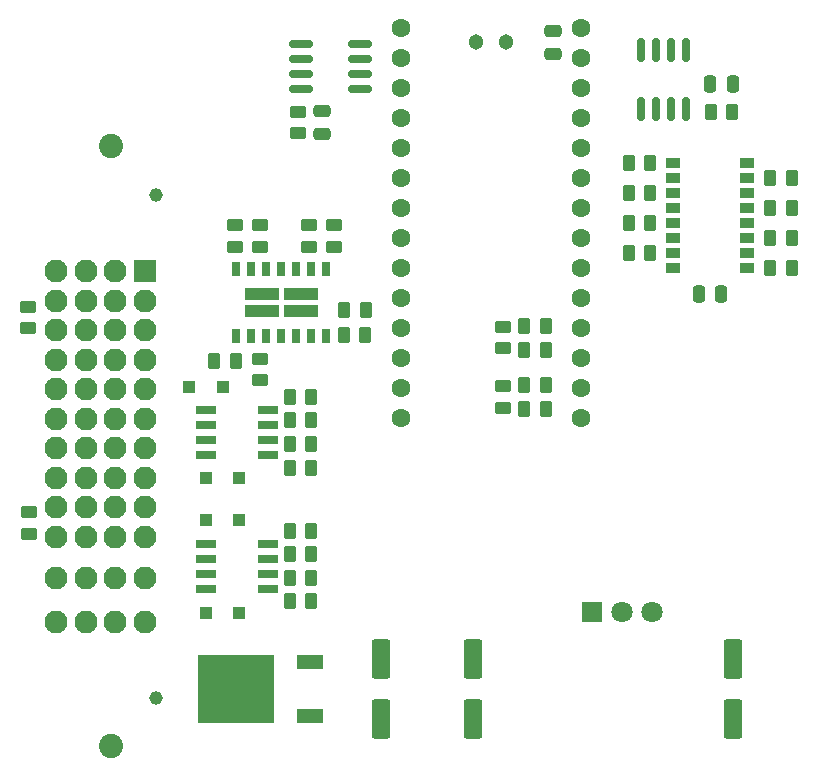
<source format=gbr>
%TF.GenerationSoftware,KiCad,Pcbnew,6.0.11+dfsg-1*%
%TF.CreationDate,2023-10-22T17:13:00+02:00*%
%TF.ProjectId,JoeMBMS_V3.0,4a6f654d-424d-4535-9f56-332e302e6b69,rev?*%
%TF.SameCoordinates,Original*%
%TF.FileFunction,Soldermask,Top*%
%TF.FilePolarity,Negative*%
%FSLAX46Y46*%
G04 Gerber Fmt 4.6, Leading zero omitted, Abs format (unit mm)*
G04 Created by KiCad (PCBNEW 6.0.11+dfsg-1) date 2023-10-22 17:13:00*
%MOMM*%
%LPD*%
G01*
G04 APERTURE LIST*
G04 Aperture macros list*
%AMRoundRect*
0 Rectangle with rounded corners*
0 $1 Rounding radius*
0 $2 $3 $4 $5 $6 $7 $8 $9 X,Y pos of 4 corners*
0 Add a 4 corners polygon primitive as box body*
4,1,4,$2,$3,$4,$5,$6,$7,$8,$9,$2,$3,0*
0 Add four circle primitives for the rounded corners*
1,1,$1+$1,$2,$3*
1,1,$1+$1,$4,$5*
1,1,$1+$1,$6,$7*
1,1,$1+$1,$8,$9*
0 Add four rect primitives between the rounded corners*
20,1,$1+$1,$2,$3,$4,$5,0*
20,1,$1+$1,$4,$5,$6,$7,0*
20,1,$1+$1,$6,$7,$8,$9,0*
20,1,$1+$1,$8,$9,$2,$3,0*%
G04 Aperture macros list end*
%ADD10RoundRect,0.250000X-0.550000X1.412500X-0.550000X-1.412500X0.550000X-1.412500X0.550000X1.412500X0*%
%ADD11RoundRect,0.249998X0.262502X0.450002X-0.262502X0.450002X-0.262502X-0.450002X0.262502X-0.450002X0*%
%ADD12R,1.193800X0.812800*%
%ADD13R,1.800000X1.800000*%
%ADD14C,1.800000*%
%ADD15R,2.200000X1.200000*%
%ADD16R,6.400000X5.800000*%
%ADD17R,1.780000X0.720000*%
%ADD18RoundRect,0.249998X0.450002X-0.262502X0.450002X0.262502X-0.450002X0.262502X-0.450002X-0.262502X0*%
%ADD19RoundRect,0.250000X0.475000X-0.250000X0.475000X0.250000X-0.475000X0.250000X-0.475000X-0.250000X0*%
%ADD20RoundRect,0.250000X0.250000X0.475000X-0.250000X0.475000X-0.250000X-0.475000X0.250000X-0.475000X0*%
%ADD21RoundRect,0.249998X-0.450002X0.262502X-0.450002X-0.262502X0.450002X-0.262502X0.450002X0.262502X0*%
%ADD22R,1.950000X1.950000*%
%ADD23C,1.950000*%
%ADD24C,1.150000*%
%ADD25C,2.050000*%
%ADD26RoundRect,0.249998X-0.262502X-0.450002X0.262502X-0.450002X0.262502X0.450002X-0.262502X0.450002X0*%
%ADD27R,0.650000X1.310000*%
%ADD28R,2.900000X1.025000*%
%ADD29RoundRect,0.250000X0.450000X-0.262500X0.450000X0.262500X-0.450000X0.262500X-0.450000X-0.262500X0*%
%ADD30RoundRect,0.150000X-0.150000X0.825000X-0.150000X-0.825000X0.150000X-0.825000X0.150000X0.825000X0*%
%ADD31C,1.600000*%
%ADD32C,1.304000*%
%ADD33R,1.100000X1.100000*%
%ADD34RoundRect,0.250000X0.262500X0.450000X-0.262500X0.450000X-0.262500X-0.450000X0.262500X-0.450000X0*%
%ADD35RoundRect,0.150000X0.825000X0.150000X-0.825000X0.150000X-0.825000X-0.150000X0.825000X-0.150000X0*%
%ADD36RoundRect,0.250000X-0.262500X-0.450000X0.262500X-0.450000X0.262500X0.450000X-0.262500X0.450000X0*%
G04 APERTURE END LIST*
D10*
%TO.C,C5*%
X132750000Y-107962500D03*
X132750000Y-113037500D03*
%TD*%
D11*
%TO.C,R6*%
X155496700Y-73611300D03*
X153671700Y-73611300D03*
%TD*%
%TO.C,R18*%
X146662500Y-86750000D03*
X144837500Y-86750000D03*
%TD*%
D12*
%TO.C,U4*%
X163734199Y-74881300D03*
X163734199Y-73611300D03*
X163734199Y-72341300D03*
X163734199Y-71071300D03*
X163734199Y-69801300D03*
X163734199Y-68531300D03*
X163734199Y-67261300D03*
X163734199Y-65991300D03*
X157434201Y-65991300D03*
X157434201Y-67261300D03*
X157434201Y-68531300D03*
X157434201Y-69801300D03*
X157434201Y-71071300D03*
X157434201Y-72341300D03*
X157434201Y-73611300D03*
X157434201Y-74881300D03*
%TD*%
D13*
%TO.C,U3*%
X150600000Y-104000000D03*
D14*
X153140000Y-104000000D03*
X155680000Y-104000000D03*
%TD*%
D11*
%TO.C,R7*%
X155496700Y-71071300D03*
X153671700Y-71071300D03*
%TD*%
D15*
%TO.C,Q3*%
X126700000Y-112780000D03*
D16*
X120400000Y-110500000D03*
D15*
X126700000Y-108220000D03*
%TD*%
D11*
%TO.C,R9*%
X155496700Y-65991300D03*
X153671700Y-65991300D03*
%TD*%
%TO.C,R10*%
X126825000Y-103080000D03*
X125000000Y-103080000D03*
%TD*%
%TO.C,R3*%
X167496700Y-72341300D03*
X165671700Y-72341300D03*
%TD*%
D17*
%TO.C,Q2*%
X123110000Y-101985000D03*
X123110000Y-100715000D03*
X123110000Y-99445000D03*
X123110000Y-98175000D03*
X117890000Y-98175000D03*
X117890000Y-99445000D03*
X117890000Y-100715000D03*
X117890000Y-101985000D03*
%TD*%
D11*
%TO.C,R2*%
X167496700Y-74881300D03*
X165671700Y-74881300D03*
%TD*%
D18*
%TO.C,R24*%
X102800000Y-79962500D03*
X102800000Y-78137500D03*
%TD*%
D10*
%TO.C,C8*%
X140500000Y-107962500D03*
X140500000Y-113037500D03*
%TD*%
D19*
%TO.C,C2*%
X147250000Y-56700000D03*
X147250000Y-54800000D03*
%TD*%
D11*
%TO.C,R5*%
X167496700Y-67261300D03*
X165671700Y-67261300D03*
%TD*%
D20*
%TO.C,C3*%
X161534200Y-77086300D03*
X159634200Y-77086300D03*
%TD*%
D11*
%TO.C,R11*%
X126825000Y-101080000D03*
X125000000Y-101080000D03*
%TD*%
%TO.C,R13*%
X126825000Y-97080000D03*
X125000000Y-97080000D03*
%TD*%
%TO.C,R8*%
X155496700Y-68531300D03*
X153671700Y-68531300D03*
%TD*%
D18*
%TO.C,R20*%
X143000000Y-86662500D03*
X143000000Y-84837500D03*
%TD*%
D11*
%TO.C,R12*%
X126825000Y-99080000D03*
X125000000Y-99080000D03*
%TD*%
D21*
%TO.C,R23*%
X143000000Y-79837500D03*
X143000000Y-81662500D03*
%TD*%
D18*
%TO.C,R1*%
X125645000Y-63432500D03*
X125645000Y-61607500D03*
%TD*%
D10*
%TO.C,C7*%
X162500000Y-107962500D03*
X162500000Y-113037500D03*
%TD*%
D22*
%TO.C,J1*%
X112700000Y-75100000D03*
D23*
X110200000Y-75100000D03*
X107700000Y-75100000D03*
X105200000Y-75100000D03*
X112700000Y-77600000D03*
X110200000Y-77600000D03*
X107700000Y-77600000D03*
X105200000Y-77600000D03*
X112700000Y-80100000D03*
X110200000Y-80100000D03*
X107700000Y-80100000D03*
X105200000Y-80100000D03*
X112700000Y-82600000D03*
X110200000Y-82600000D03*
X107700000Y-82600000D03*
X105200000Y-82600000D03*
X112700000Y-85100000D03*
X110200000Y-85100000D03*
X107700000Y-85100000D03*
X105200000Y-85100000D03*
X112700000Y-87600000D03*
X110200000Y-87600000D03*
X107700000Y-87600000D03*
X105200000Y-87600000D03*
X112700000Y-90100000D03*
X110200000Y-90100000D03*
X107700000Y-90100000D03*
X105200000Y-90100000D03*
X112700000Y-92600000D03*
X110200000Y-92600000D03*
X107700000Y-92600000D03*
X105200000Y-92600000D03*
X112700000Y-95100000D03*
X110200000Y-95100000D03*
X107700000Y-95100000D03*
X105200000Y-95100000D03*
X112700000Y-97600000D03*
X110200000Y-97600000D03*
X107700000Y-97600000D03*
X105200000Y-97600000D03*
X112700000Y-101100000D03*
X110200000Y-101100000D03*
X107700000Y-101100000D03*
X105200000Y-101100000D03*
X112700000Y-104800000D03*
X110200000Y-104800000D03*
X107700000Y-104800000D03*
X105200000Y-104800000D03*
D24*
X113700000Y-68650000D03*
X113700000Y-111250000D03*
D25*
X109850000Y-64550000D03*
X109850000Y-115350000D03*
%TD*%
D11*
%TO.C,R4*%
X167496700Y-69801300D03*
X165671700Y-69801300D03*
%TD*%
%TO.C,R21*%
X146662500Y-79750000D03*
X144837500Y-79750000D03*
%TD*%
D26*
%TO.C,R22*%
X144837500Y-81750000D03*
X146662500Y-81750000D03*
%TD*%
D11*
%TO.C,R15*%
X126825000Y-89750000D03*
X125000000Y-89750000D03*
%TD*%
D17*
%TO.C,Q1*%
X123110000Y-90655000D03*
X123110000Y-89385000D03*
X123110000Y-88115000D03*
X123110000Y-86845000D03*
X117890000Y-86845000D03*
X117890000Y-88115000D03*
X117890000Y-89385000D03*
X117890000Y-90655000D03*
%TD*%
D11*
%TO.C,R14*%
X126825000Y-91750000D03*
X125000000Y-91750000D03*
%TD*%
%TO.C,R17*%
X126825000Y-85750000D03*
X125000000Y-85750000D03*
%TD*%
%TO.C,R16*%
X126825000Y-87750000D03*
X125000000Y-87750000D03*
%TD*%
D27*
%TO.C,S1*%
X120440000Y-80595000D03*
X121710000Y-80595000D03*
X122980000Y-80595000D03*
X124250000Y-80595000D03*
X125520000Y-80595000D03*
X126790000Y-80595000D03*
X128060000Y-80595000D03*
X128060000Y-74905000D03*
X126790000Y-74905000D03*
X125520000Y-74905000D03*
X124250000Y-74905000D03*
X122980000Y-74905000D03*
X121710000Y-74905000D03*
X120440000Y-74905000D03*
D28*
X125900000Y-78462500D03*
X122600000Y-77037500D03*
X125900000Y-77037500D03*
X122600000Y-78462500D03*
%TD*%
D19*
%TO.C,C1*%
X127745000Y-63470000D03*
X127745000Y-61570000D03*
%TD*%
D26*
%TO.C,R19*%
X144837500Y-84750000D03*
X146662500Y-84750000D03*
%TD*%
D29*
%TO.C,R25*%
X102870000Y-97330900D03*
X102870000Y-95505900D03*
%TD*%
D30*
%TO.C,U5*%
X158521400Y-56402200D03*
X157251400Y-56402200D03*
X155981400Y-56402200D03*
X154711400Y-56402200D03*
X154711400Y-61352200D03*
X155981400Y-61352200D03*
X157251400Y-61352200D03*
X158521400Y-61352200D03*
%TD*%
D31*
%TO.C,U1*%
X134380000Y-54495000D03*
X134380000Y-57035000D03*
X134380000Y-59575000D03*
X134380000Y-62115000D03*
X134380000Y-64655000D03*
X134380000Y-67195000D03*
X134380000Y-69735000D03*
X134380000Y-72275000D03*
X134380000Y-74815000D03*
X134380000Y-77355000D03*
X134380000Y-79895000D03*
X134380000Y-82435000D03*
X134380000Y-84975000D03*
X134380000Y-87515000D03*
X149620000Y-87515000D03*
X149620000Y-84975000D03*
X149620000Y-82435000D03*
X149620000Y-79895000D03*
X149620000Y-77355000D03*
X149620000Y-74815000D03*
X149620000Y-72275000D03*
X149620000Y-69735000D03*
X149620000Y-67195000D03*
X149620000Y-64655000D03*
X149620000Y-62115000D03*
X149620000Y-59575000D03*
X149620000Y-57035000D03*
X149620000Y-54495000D03*
D32*
X143268000Y-55737000D03*
X140728000Y-55737000D03*
%TD*%
D29*
%TO.C,R30*%
X128770000Y-73052500D03*
X128770000Y-71227500D03*
%TD*%
D33*
%TO.C,D1*%
X120687500Y-104020000D03*
X117887500Y-104020000D03*
%TD*%
D29*
%TO.C,R32*%
X122490000Y-84362500D03*
X122490000Y-82537500D03*
%TD*%
D33*
%TO.C,D3*%
X120687500Y-92650000D03*
X117887500Y-92650000D03*
%TD*%
D34*
%TO.C,R26*%
X162456500Y-61620400D03*
X160631500Y-61620400D03*
%TD*%
D20*
%TO.C,C4*%
X162494000Y-59232800D03*
X160594000Y-59232800D03*
%TD*%
D29*
%TO.C,R29*%
X126640000Y-73052500D03*
X126640000Y-71227500D03*
%TD*%
D35*
%TO.C,U2*%
X130895000Y-59675000D03*
X130895000Y-58405000D03*
X130895000Y-57135000D03*
X130895000Y-55865000D03*
X125945000Y-55865000D03*
X125945000Y-57135000D03*
X125945000Y-58405000D03*
X125945000Y-59675000D03*
%TD*%
D36*
%TO.C,R31*%
X118607500Y-82720000D03*
X120432500Y-82720000D03*
%TD*%
D29*
%TO.C,R33*%
X120340000Y-73052500D03*
X120340000Y-71227500D03*
%TD*%
D33*
%TO.C,D4*%
X119290000Y-84890000D03*
X116490000Y-84890000D03*
%TD*%
D29*
%TO.C,R34*%
X122490000Y-73052500D03*
X122490000Y-71227500D03*
%TD*%
D33*
%TO.C,D2*%
X120707500Y-96150000D03*
X117907500Y-96150000D03*
%TD*%
D34*
%TO.C,R28*%
X131392500Y-80540000D03*
X129567500Y-80540000D03*
%TD*%
%TO.C,R27*%
X131402500Y-78390000D03*
X129577500Y-78390000D03*
%TD*%
M02*

</source>
